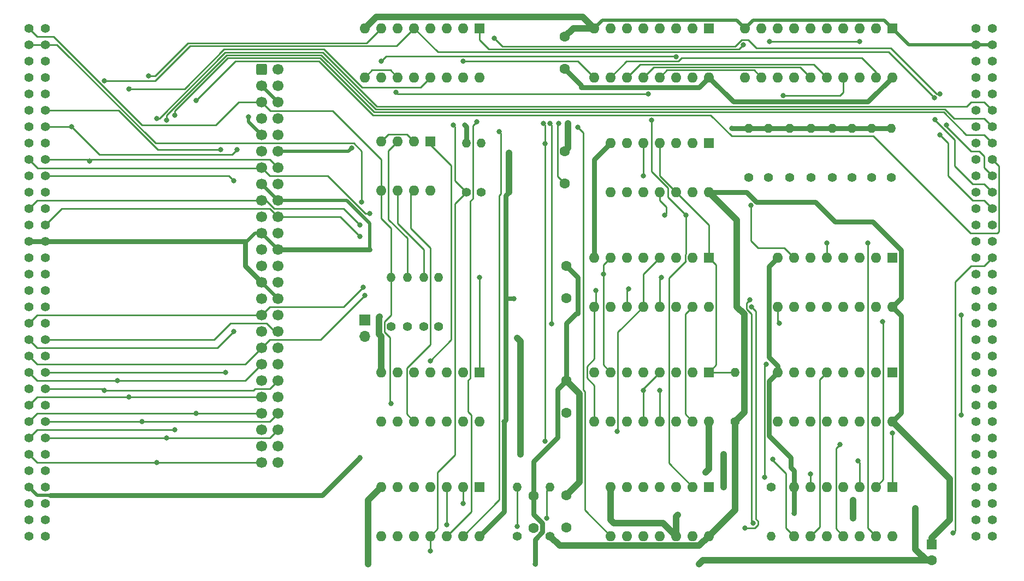
<source format=gbr>
%TF.GenerationSoftware,KiCad,Pcbnew,7.0.8-7.0.8~ubuntu23.04.1*%
%TF.CreationDate,2023-10-12T07:50:54+02:00*%
%TF.ProjectId,databoard_5076,64617461-626f-4617-9264-5f353037362e,v1.01*%
%TF.SameCoordinates,Original*%
%TF.FileFunction,Copper,L2,Bot*%
%TF.FilePolarity,Positive*%
%FSLAX46Y46*%
G04 Gerber Fmt 4.6, Leading zero omitted, Abs format (unit mm)*
G04 Created by KiCad (PCBNEW 7.0.8-7.0.8~ubuntu23.04.1) date 2023-10-12 07:50:54*
%MOMM*%
%LPD*%
G01*
G04 APERTURE LIST*
G04 Aperture macros list*
%AMRoundRect*
0 Rectangle with rounded corners*
0 $1 Rounding radius*
0 $2 $3 $4 $5 $6 $7 $8 $9 X,Y pos of 4 corners*
0 Add a 4 corners polygon primitive as box body*
4,1,4,$2,$3,$4,$5,$6,$7,$8,$9,$2,$3,0*
0 Add four circle primitives for the rounded corners*
1,1,$1+$1,$2,$3*
1,1,$1+$1,$4,$5*
1,1,$1+$1,$6,$7*
1,1,$1+$1,$8,$9*
0 Add four rect primitives between the rounded corners*
20,1,$1+$1,$2,$3,$4,$5,0*
20,1,$1+$1,$4,$5,$6,$7,0*
20,1,$1+$1,$6,$7,$8,$9,0*
20,1,$1+$1,$8,$9,$2,$3,0*%
G04 Aperture macros list end*
%TA.AperFunction,ComponentPad*%
%ADD10R,1.600000X1.600000*%
%TD*%
%TA.AperFunction,ComponentPad*%
%ADD11O,1.600000X1.600000*%
%TD*%
%TA.AperFunction,ComponentPad*%
%ADD12C,1.400000*%
%TD*%
%TA.AperFunction,ComponentPad*%
%ADD13O,1.400000X1.400000*%
%TD*%
%TA.AperFunction,ComponentPad*%
%ADD14C,1.600000*%
%TD*%
%TA.AperFunction,ComponentPad*%
%ADD15C,1.422400*%
%TD*%
%TA.AperFunction,ComponentPad*%
%ADD16RoundRect,0.250000X-0.600000X-0.600000X0.600000X-0.600000X0.600000X0.600000X-0.600000X0.600000X0*%
%TD*%
%TA.AperFunction,ComponentPad*%
%ADD17C,1.700000*%
%TD*%
%TA.AperFunction,ComponentPad*%
%ADD18R,1.700000X1.700000*%
%TD*%
%TA.AperFunction,ComponentPad*%
%ADD19O,1.700000X1.700000*%
%TD*%
%TA.AperFunction,ViaPad*%
%ADD20C,0.800000*%
%TD*%
%TA.AperFunction,Conductor*%
%ADD21C,0.250000*%
%TD*%
%TA.AperFunction,Conductor*%
%ADD22C,0.750000*%
%TD*%
%TA.AperFunction,Conductor*%
%ADD23C,0.700000*%
%TD*%
%TA.AperFunction,Conductor*%
%ADD24C,1.000000*%
%TD*%
%TA.AperFunction,Conductor*%
%ADD25C,0.500000*%
%TD*%
G04 APERTURE END LIST*
D10*
%TO.P,U7,1,D0*%
%TO.N,Net-(U4-D0)*%
X155702000Y-91186000D03*
D11*
%TO.P,U7,2,~{Q0}*%
%TO.N,Net-(U7-~{Q0})*%
X153162000Y-91186000D03*
%TO.P,U7,3,Q0*%
%TO.N,Net-(U7-Q0)*%
X150622000Y-91186000D03*
%TO.P,U7,4,E01*%
%TO.N,Net-(U7-E01)*%
X148082000Y-91186000D03*
%TO.P,U7,5,Q1*%
%TO.N,Net-(U7-Q1)*%
X145542000Y-91186000D03*
%TO.P,U7,6,~{Q1}*%
%TO.N,unconnected-(U7-~{Q1}-Pad6)*%
X143002000Y-91186000D03*
%TO.P,U7,7,D1*%
%TO.N,/XA2*%
X140462000Y-91186000D03*
%TO.P,U7,8,GND*%
%TO.N,GND*%
X137922000Y-91186000D03*
%TO.P,U7,9,D2*%
%TO.N,/XA1*%
X137922000Y-98806000D03*
%TO.P,U7,10,~{Q2}*%
%TO.N,unconnected-(U7-~{Q2}-Pad10)*%
X140462000Y-98806000D03*
%TO.P,U7,11,Q2*%
%TO.N,Net-(U7-Q2)*%
X143002000Y-98806000D03*
%TO.P,U7,12,E23*%
%TO.N,Net-(U7-E01)*%
X145542000Y-98806000D03*
%TO.P,U7,13,Q3*%
%TO.N,Net-(U7-Q3)*%
X148082000Y-98806000D03*
%TO.P,U7,14,~{Q3}*%
%TO.N,unconnected-(U7-~{Q3}-Pad14)*%
X150622000Y-98806000D03*
%TO.P,U7,15,D3*%
%TO.N,/XA0*%
X153162000Y-98806000D03*
%TO.P,U7,16,VCC*%
%TO.N,VCC*%
X155702000Y-98806000D03*
%TD*%
D12*
%TO.P,R9,1*%
%TO.N,VCC*%
X159766000Y-116586000D03*
D13*
%TO.P,R9,2*%
%TO.N,Net-(U4-D0)*%
X159766000Y-108966000D03*
%TD*%
D12*
%TO.P,R9E1,1*%
%TO.N,/~{INT3}*%
X171546000Y-78740000D03*
D13*
%TO.P,R9E1,2*%
%TO.N,VCC*%
X171546000Y-71120000D03*
%TD*%
D10*
%TO.P,U11,1*%
%TO.N,Net-(U11-Pad1)*%
X120142000Y-126746000D03*
D11*
%TO.P,U11,2*%
%TO.N,Net-(U9A-~{R})*%
X117602000Y-126746000D03*
%TO.P,U11,3*%
%TO.N,Net-(C7-Pad1)*%
X115062000Y-126746000D03*
%TO.P,U11,4*%
%TO.N,Net-(U11-Pad1)*%
X112522000Y-126746000D03*
%TO.P,U11,5*%
%TO.N,Net-(U11-Pad5)*%
X109982000Y-126746000D03*
%TO.P,U11,6*%
%TO.N,/~{DMARQ}*%
X107442000Y-126746000D03*
%TO.P,U11,7,GND*%
%TO.N,GND*%
X104902000Y-126746000D03*
%TO.P,U11,8*%
%TO.N,Net-(U11-Pad5)*%
X104902000Y-134366000D03*
%TO.P,U11,9*%
%TO.N,/~{TRRQ}*%
X107442000Y-134366000D03*
%TO.P,U11,10*%
%TO.N,Net-(R1-Pad2)*%
X109982000Y-134366000D03*
%TO.P,U11,11*%
%TO.N,/~{PREN}*%
X112522000Y-134366000D03*
%TO.P,U11,12*%
%TO.N,Net-(U11-Pad12)*%
X115062000Y-134366000D03*
%TO.P,U11,13*%
%TO.N,Net-(U12-I4)*%
X117602000Y-134366000D03*
%TO.P,U11,14,VCC*%
%TO.N,VCC*%
X120142000Y-134366000D03*
%TD*%
D12*
%TO.P,R1,1*%
%TO.N,Net-(C7-Pad1)*%
X125984000Y-134366000D03*
D13*
%TO.P,R1,2*%
%TO.N,Net-(R1-Pad2)*%
X125984000Y-126746000D03*
%TD*%
D12*
%TO.P,R9F1,1*%
%TO.N,/~{INT2}*%
X168244000Y-78740000D03*
D13*
%TO.P,R9F1,2*%
%TO.N,VCC*%
X168244000Y-71120000D03*
%TD*%
D12*
%TO.P,R2,1*%
%TO.N,VCC*%
X131064000Y-134366000D03*
D13*
%TO.P,R2,2*%
%TO.N,/~{TRRQ}*%
X131064000Y-126746000D03*
%TD*%
D12*
%TO.P,R9G1,1*%
%TO.N,/~{INT1}*%
X164942000Y-78740000D03*
D13*
%TO.P,R9G1,2*%
%TO.N,VCC*%
X164942000Y-71120000D03*
%TD*%
D10*
%TO.P,U14,1,OE*%
%TO.N,GND*%
X184150000Y-55626000D03*
D11*
%TO.P,U14,2,O0*%
%TO.N,Net-(U13-I7)*%
X181610000Y-55626000D03*
%TO.P,U14,3,D0*%
%TO.N,/~{INT0}*%
X179070000Y-55626000D03*
%TO.P,U14,4,D1*%
%TO.N,/~{INT6}*%
X176530000Y-55626000D03*
%TO.P,U14,5,O1*%
%TO.N,Net-(U13-I6)*%
X173990000Y-55626000D03*
%TO.P,U14,6,O2*%
%TO.N,Net-(U13-I5)*%
X171450000Y-55626000D03*
%TO.P,U14,7,D2*%
%TO.N,/~{INT5}*%
X168910000Y-55626000D03*
%TO.P,U14,8,D3*%
%TO.N,/~{INT4}*%
X166370000Y-55626000D03*
%TO.P,U14,9,O3*%
%TO.N,Net-(U13-I4)*%
X163830000Y-55626000D03*
%TO.P,U14,10,GND*%
%TO.N,GND*%
X161290000Y-55626000D03*
%TO.P,U14,11,LE*%
%TO.N,Net-(U12-OEa)*%
X161290000Y-63246000D03*
%TO.P,U14,12,O4*%
%TO.N,Net-(U13-I3)*%
X163830000Y-63246000D03*
%TO.P,U14,13,D4*%
%TO.N,/~{INT3}*%
X166370000Y-63246000D03*
%TO.P,U14,14,D5*%
%TO.N,/~{INT2}*%
X168910000Y-63246000D03*
%TO.P,U14,15,O5*%
%TO.N,Net-(U13-I2)*%
X171450000Y-63246000D03*
%TO.P,U14,16,O6*%
%TO.N,Net-(U13-I1)*%
X173990000Y-63246000D03*
%TO.P,U14,17,D6*%
%TO.N,/~{INT1}*%
X176530000Y-63246000D03*
%TO.P,U14,18,D7*%
%TO.N,/~{INT7}*%
X179070000Y-63246000D03*
%TO.P,U14,19,O7*%
%TO.N,Net-(U13-IO)*%
X181610000Y-63246000D03*
%TO.P,U14,20,VCC*%
%TO.N,VCC*%
X184150000Y-63246000D03*
%TD*%
D10*
%TO.P,C6,1*%
%TO.N,VCC*%
X190246000Y-135636000D03*
D14*
%TO.P,C6,2*%
%TO.N,GND*%
X190246000Y-138136000D03*
%TD*%
D12*
%TO.P,R6,1*%
%TO.N,GND*%
X113792000Y-101854000D03*
D13*
%TO.P,R6,2*%
%TO.N,Net-(U5-COMREF)*%
X113792000Y-94234000D03*
%TD*%
D12*
%TO.P,R9C1,1*%
%TO.N,/~{INT5}*%
X177896000Y-78740000D03*
D13*
%TO.P,R9C1,2*%
%TO.N,VCC*%
X177896000Y-71120000D03*
%TD*%
D12*
%TO.P,R9B1,1*%
%TO.N,/~{INT6}*%
X180944000Y-78740000D03*
D13*
%TO.P,R9B1,2*%
%TO.N,VCC*%
X180944000Y-71120000D03*
%TD*%
D10*
%TO.P,U12,1,OEa*%
%TO.N,Net-(U12-OEa)*%
X120142000Y-55626000D03*
D11*
%TO.P,U12,2,I1*%
%TO.N,Net-(U12-I1)*%
X117602000Y-55626000D03*
%TO.P,U12,3,O1a*%
%TO.N,/D1*%
X115062000Y-55626000D03*
%TO.P,U12,4,I2*%
%TO.N,Net-(U12-I2)*%
X112522000Y-55626000D03*
%TO.P,U12,5,O2a*%
%TO.N,/D2*%
X109982000Y-55626000D03*
%TO.P,U12,6,I3*%
%TO.N,Net-(U12-I3)*%
X107442000Y-55626000D03*
%TO.P,U12,7,O3a*%
%TO.N,/D3*%
X104902000Y-55626000D03*
%TO.P,U12,8,GND*%
%TO.N,GND*%
X102362000Y-55626000D03*
%TO.P,U12,9,O4a*%
%TO.N,/D0*%
X102362000Y-63246000D03*
%TO.P,U12,10,I4*%
%TO.N,Net-(U12-I4)*%
X104902000Y-63246000D03*
%TO.P,U12,11,O5b*%
%TO.N,/D0*%
X107442000Y-63246000D03*
%TO.P,U12,12,I5*%
%TO.N,/~{PREN}*%
X109982000Y-63246000D03*
%TO.P,U12,13,O6b*%
%TO.N,/D1*%
X112522000Y-63246000D03*
%TO.P,U12,14,I6*%
%TO.N,/~{R{slash}W}*%
X115062000Y-63246000D03*
%TO.P,U12,15,OEb*%
%TO.N,Net-(U12-OEb)*%
X117602000Y-63246000D03*
%TO.P,U12,16,VCC*%
%TO.N,VCC*%
X120142000Y-63246000D03*
%TD*%
D10*
%TO.P,U6,1*%
%TO.N,Net-(U11-Pad12)*%
X155702000Y-73406000D03*
D11*
%TO.P,U6,2*%
%TO.N,/~{BUSINT}*%
X153162000Y-73406000D03*
%TO.P,U6,3*%
%TO.N,/XA7*%
X150622000Y-73406000D03*
%TO.P,U6,4*%
%TO.N,Net-(U4-D0)*%
X148082000Y-73406000D03*
%TO.P,U6,5*%
%TO.N,/XA6*%
X145542000Y-73406000D03*
%TO.P,U6,6*%
%TO.N,Net-(U4-D0)*%
X143002000Y-73406000D03*
%TO.P,U6,7,GND*%
%TO.N,GND*%
X140462000Y-73406000D03*
%TO.P,U6,8*%
%TO.N,Net-(U4-D0)*%
X140462000Y-81026000D03*
%TO.P,U6,9*%
%TO.N,/XA5*%
X143002000Y-81026000D03*
%TO.P,U6,10*%
%TO.N,Net-(U4-D0)*%
X145542000Y-81026000D03*
%TO.P,U6,11*%
%TO.N,/XA4*%
X148082000Y-81026000D03*
%TO.P,U6,12*%
%TO.N,Net-(U4-D0)*%
X150622000Y-81026000D03*
%TO.P,U6,13*%
%TO.N,/XA3*%
X153162000Y-81026000D03*
%TO.P,U6,14,VCC*%
%TO.N,VCC*%
X155702000Y-81026000D03*
%TD*%
D14*
%TO.P,C2,1*%
%TO.N,VCC*%
X133604000Y-115276000D03*
%TO.P,C2,2*%
%TO.N,GND*%
X133604000Y-110276000D03*
%TD*%
D12*
%TO.P,R10,1*%
%TO.N,+5V*%
X165354000Y-126746000D03*
D13*
%TO.P,R10,2*%
%TO.N,VCC*%
X165354000Y-134366000D03*
%TD*%
D14*
%TO.P,C5,1*%
%TO.N,VCC*%
X133350000Y-61936000D03*
%TO.P,C5,2*%
%TO.N,GND*%
X133350000Y-56936000D03*
%TD*%
D15*
%TO.P,X2,A1,1*%
%TO.N,/-12V*%
X199644000Y-55626000D03*
%TO.P,X2,A2,2*%
%TO.N,GND*%
X199644000Y-58166000D03*
%TO.P,X2,A3,3*%
%TO.N,/~{BPCLK}*%
X199644000Y-60706000D03*
%TO.P,X2,A4,4*%
%TO.N,/GNDB*%
X199644000Y-63246000D03*
%TO.P,X2,A5,5*%
%TO.N,/~{INT}*%
X199644000Y-65786000D03*
%TO.P,X2,A6,6*%
%TO.N,/D7*%
X199644000Y-68326000D03*
%TO.P,X2,A7,7*%
%TO.N,/D6*%
X199644000Y-70866000D03*
%TO.P,X2,A8,8*%
%TO.N,/D5*%
X199644000Y-73406000D03*
%TO.P,X2,A9,9*%
%TO.N,/D4*%
X199644000Y-75946000D03*
%TO.P,X2,A10,10*%
%TO.N,/D3*%
X199644000Y-78486000D03*
%TO.P,X2,A11,11*%
%TO.N,/D2*%
X199644000Y-81026000D03*
%TO.P,X2,A12,12*%
%TO.N,/D1*%
X199644000Y-83566000D03*
%TO.P,X2,A13,13*%
%TO.N,/D0*%
X199644000Y-86106000D03*
%TO.P,X2,A14,14*%
%TO.N,/~{CSB}*%
X199644000Y-88646000D03*
%TO.P,X2,A15,15*%
%TO.N,/~{BUSRST}*%
X199644000Y-91186000D03*
%TO.P,X2,A16,16*%
%TO.N,/~{STAT}*%
X199644000Y-93726000D03*
%TO.P,X2,A17,17*%
%TO.N,/~{INP}*%
X199644000Y-96266000D03*
%TO.P,X2,A18,18*%
%TO.N,/~{C4}*%
X199644000Y-98806000D03*
%TO.P,X2,A19,19*%
%TO.N,/~{C3}*%
X199644000Y-101346000D03*
%TO.P,X2,A20,20*%
%TO.N,/~{C2}*%
X199644000Y-103886000D03*
%TO.P,X2,A21,21*%
%TO.N,/~{C1}*%
X199644000Y-106426000D03*
%TO.P,X2,A22,22*%
%TO.N,/~{OUT}*%
X199644000Y-108966000D03*
%TO.P,X2,A23,23*%
%TO.N,/~{CS}*%
X199644000Y-111506000D03*
%TO.P,X2,A24,24*%
%TO.N,/~{NMI}*%
X199644000Y-114046000D03*
%TO.P,X2,A25,25*%
%TO.N,/~{OPS}*%
X199644000Y-116586000D03*
%TO.P,X2,A26,26*%
%TO.N,/~{R{slash}W}*%
X199644000Y-119126000D03*
%TO.P,X2,A27,27*%
%TO.N,/~{TREN}*%
X199644000Y-121666000D03*
%TO.P,X2,A28,28*%
%TO.N,/~{TRRQ}*%
X199644000Y-124206000D03*
%TO.P,X2,A29,29*%
%TO.N,/~{PRAC}*%
X199644000Y-126746000D03*
%TO.P,X2,A30,30*%
%TO.N,/~{PREN}*%
X199644000Y-129286000D03*
%TO.P,X2,A31,31*%
%TO.N,VCC*%
X199644000Y-131826000D03*
%TO.P,X2,A32,32*%
%TO.N,/12V*%
X199644000Y-134366000D03*
%TO.P,X2,B1,1*%
%TO.N,/-12V*%
X197104000Y-55626000D03*
%TO.P,X2,B2,2*%
%TO.N,GND*%
X197104000Y-58166000D03*
%TO.P,X2,B3,3*%
%TO.N,/~{XMEMWR}*%
X197104000Y-60706000D03*
%TO.P,X2,B4,4*%
%TO.N,/~{XMEMFL}*%
X197104000Y-63246000D03*
%TO.P,X2,B5,5*%
%TO.N,/3MHz*%
X197104000Y-65786000D03*
%TO.P,X2,B6,6*%
%TO.N,/~{INT7}*%
X197104000Y-68326000D03*
%TO.P,X2,B7,7*%
%TO.N,/~{INT6}*%
X197104000Y-70866000D03*
%TO.P,X2,B8,8*%
%TO.N,/~{INT5}*%
X197104000Y-73406000D03*
%TO.P,X2,B9,9*%
%TO.N,/~{INT4}*%
X197104000Y-75946000D03*
%TO.P,X2,B10,10*%
%TO.N,/~{INT3}*%
X197104000Y-78486000D03*
%TO.P,X2,B11,11*%
%TO.N,/~{INT2}*%
X197104000Y-81026000D03*
%TO.P,X2,B12,12*%
%TO.N,/~{INT1}*%
X197104000Y-83566000D03*
%TO.P,X2,B13,13*%
%TO.N,/~{INT0}*%
X197104000Y-86106000D03*
%TO.P,X2,B14,14*%
%TO.N,/~{XCSB2}*%
X197104000Y-88646000D03*
%TO.P,X2,B15,15*%
%TO.N,/~{XCSB3}*%
X197104000Y-91186000D03*
%TO.P,X2,B16,16*%
%TO.N,/~{XCSB4}*%
X197104000Y-93726000D03*
%TO.P,X2,B17,17*%
%TO.N,/~{XCSB5}*%
X197104000Y-96266000D03*
%TO.P,X2,B18,18*%
%TO.N,/A11*%
X197104000Y-98806000D03*
%TO.P,X2,B19,19*%
%TO.N,/A10*%
X197104000Y-101346000D03*
%TO.P,X2,B20,20*%
%TO.N,/A9*%
X197104000Y-103886000D03*
%TO.P,X2,B21,21*%
%TO.N,/~{EXP}*%
X197104000Y-106426000D03*
%TO.P,X2,B22,22*%
%TO.N,/~{BUSEN}*%
X197104000Y-108966000D03*
%TO.P,X2,B23,23*%
%TO.N,/~{DSTB}*%
X197104000Y-111506000D03*
%TO.P,X2,B24,24*%
%TO.N,/A5*%
X197104000Y-114046000D03*
%TO.P,X2,B25,25*%
%TO.N,/A4*%
X197104000Y-116586000D03*
%TO.P,X2,B26,26*%
%TO.N,/~{STRINP}*%
X197104000Y-119126000D03*
%TO.P,X2,B27,27*%
%TO.N,/~{STR_OUT}*%
X197104000Y-121666000D03*
%TO.P,X2,B28,28*%
%TO.N,/A1*%
X197104000Y-124206000D03*
%TO.P,X2,B29,29*%
%TO.N,/A0*%
X197104000Y-126746000D03*
%TO.P,X2,B30,30*%
%TO.N,/~{DIRW{slash}R}*%
X197104000Y-129286000D03*
%TO.P,X2,B31,31*%
%TO.N,VCC*%
X197104000Y-131826000D03*
%TO.P,X2,B32,32*%
%TO.N,/12V*%
X197104000Y-134366000D03*
%TD*%
D12*
%TO.P,R3,1*%
%TO.N,+5V*%
X106426000Y-101854000D03*
D13*
%TO.P,R3,2*%
%TO.N,/~{XINPSTB}*%
X106426000Y-94234000D03*
%TD*%
D12*
%TO.P,R9H1,1*%
%TO.N,/~{INT0}*%
X161894000Y-78740000D03*
D13*
%TO.P,R9H1,2*%
%TO.N,VCC*%
X161894000Y-71120000D03*
%TD*%
D16*
%TO.P,J3,1,Pin_1*%
%TO.N,unconnected-(J3-Pin_1-Pad1)*%
X86360000Y-61976000D03*
D17*
%TO.P,J3,2,Pin_2*%
%TO.N,unconnected-(J3-Pin_2-Pad2)*%
X88900000Y-61976000D03*
%TO.P,J3,3,Pin_3*%
%TO.N,GND*%
X86360000Y-64516000D03*
%TO.P,J3,4,Pin_4*%
%TO.N,unconnected-(J3-Pin_4-Pad4)*%
X88900000Y-64516000D03*
%TO.P,J3,5,Pin_5*%
%TO.N,/~{XINPSTB}*%
X86360000Y-67056000D03*
%TO.P,J3,6,Pin_6*%
%TO.N,GND*%
X88900000Y-67056000D03*
%TO.P,J3,7,Pin_7*%
%TO.N,unconnected-(J3-Pin_7-Pad7)*%
X86360000Y-69596000D03*
%TO.P,J3,8,Pin_8*%
%TO.N,/~{XOUTSTB}*%
X88900000Y-69596000D03*
%TO.P,J3,9,Pin_9*%
%TO.N,GND*%
X86360000Y-72136000D03*
%TO.P,J3,10,Pin_10*%
%TO.N,/~{BUSRST}*%
X88900000Y-72136000D03*
%TO.P,J3,11,Pin_11*%
%TO.N,unconnected-(J3-Pin_11-Pad11)*%
X86360000Y-74676000D03*
%TO.P,J3,12,Pin_12*%
%TO.N,GND*%
X88900000Y-74676000D03*
%TO.P,J3,13,Pin_13*%
%TO.N,/XA5*%
X86360000Y-77216000D03*
%TO.P,J3,14,Pin_14*%
%TO.N,/~{DMARQ}*%
X88900000Y-77216000D03*
%TO.P,J3,15,Pin_15*%
%TO.N,GND*%
X86360000Y-79756000D03*
%TO.P,J3,16,Pin_16*%
%TO.N,/XA3*%
X88900000Y-79756000D03*
%TO.P,J3,17,Pin_17*%
%TO.N,/XA4*%
X86360000Y-82296000D03*
%TO.P,J3,18,Pin_18*%
%TO.N,GND*%
X88900000Y-82296000D03*
%TO.P,J3,19,Pin_19*%
%TO.N,unconnected-(J3-Pin_19-Pad19)*%
X86360000Y-84836000D03*
%TO.P,J3,20,Pin_20*%
%TO.N,/XA2*%
X88900000Y-84836000D03*
%TO.P,J3,21,Pin_21*%
%TO.N,GND*%
X86360000Y-87376000D03*
%TO.P,J3,22,Pin_22*%
%TO.N,unconnected-(J3-Pin_22-Pad22)*%
X88900000Y-87376000D03*
%TO.P,J3,23,Pin_23*%
%TO.N,unconnected-(J3-Pin_23-Pad23)*%
X86360000Y-89916000D03*
%TO.P,J3,24,Pin_24*%
%TO.N,GND*%
X88900000Y-89916000D03*
%TO.P,J3,25,Pin_25*%
%TO.N,unconnected-(J3-Pin_25-Pad25)*%
X86360000Y-92456000D03*
%TO.P,J3,26,Pin_26*%
%TO.N,unconnected-(J3-Pin_26-Pad26)*%
X88900000Y-92456000D03*
%TO.P,J3,27,Pin_27*%
%TO.N,GND*%
X86360000Y-94996000D03*
%TO.P,J3,28,Pin_28*%
%TO.N,unconnected-(J3-Pin_28-Pad28)*%
X88900000Y-94996000D03*
%TO.P,J3,29,Pin_29*%
%TO.N,unconnected-(J3-Pin_29-Pad29)*%
X86360000Y-97536000D03*
%TO.P,J3,30,Pin_30*%
%TO.N,GND*%
X88900000Y-97536000D03*
%TO.P,J3,31,Pin_31*%
%TO.N,/XA1*%
X86360000Y-100076000D03*
%TO.P,J3,32,Pin_32*%
%TO.N,unconnected-(J3-Pin_32-Pad32)*%
X88900000Y-100076000D03*
%TO.P,J3,33,Pin_33*%
%TO.N,/~{BUSINT}*%
X86360000Y-102616000D03*
%TO.P,J3,34,Pin_34*%
%TO.N,/XA6*%
X88900000Y-102616000D03*
%TO.P,J3,35,Pin_35*%
%TO.N,/XA0*%
X86360000Y-105156000D03*
%TO.P,J3,36,Pin_36*%
%TO.N,+5V*%
X88900000Y-105156000D03*
%TO.P,J3,37,Pin_37*%
%TO.N,/D0*%
X86360000Y-107696000D03*
%TO.P,J3,38,Pin_38*%
%TO.N,/XA7*%
X88900000Y-107696000D03*
%TO.P,J3,39,Pin_39*%
%TO.N,+5V*%
X86360000Y-110236000D03*
%TO.P,J3,40,Pin_40*%
%TO.N,/D2*%
X88900000Y-110236000D03*
%TO.P,J3,41,Pin_41*%
%TO.N,/D1*%
X86360000Y-112776000D03*
%TO.P,J3,42,Pin_42*%
%TO.N,+5V*%
X88900000Y-112776000D03*
%TO.P,J3,43,Pin_43*%
%TO.N,/D4*%
X86360000Y-115316000D03*
%TO.P,J3,44,Pin_44*%
%TO.N,/D3*%
X88900000Y-115316000D03*
%TO.P,J3,45,Pin_45*%
%TO.N,unconnected-(J3-Pin_45-Pad45)*%
X86360000Y-117856000D03*
%TO.P,J3,46,Pin_46*%
%TO.N,/D6*%
X88900000Y-117856000D03*
%TO.P,J3,47,Pin_47*%
%TO.N,/D5*%
X86360000Y-120396000D03*
%TO.P,J3,48,Pin_48*%
%TO.N,unconnected-(J3-Pin_48-Pad48)*%
X88900000Y-120396000D03*
%TO.P,J3,49,Pin_49*%
%TO.N,/D7*%
X86360000Y-122936000D03*
%TO.P,J3,50,Pin_50*%
%TO.N,unconnected-(J3-Pin_50-Pad50)*%
X88900000Y-122936000D03*
%TD*%
D18*
%TO.P,J1,1,Pin_1*%
%TO.N,VCC*%
X102362000Y-100838000D03*
D19*
%TO.P,J1,2,Pin_2*%
%TO.N,+5V*%
X102362000Y-103378000D03*
%TD*%
D12*
%TO.P,R8,1*%
%TO.N,VCC*%
X120396000Y-81026000D03*
D13*
%TO.P,R8,2*%
%TO.N,/~{R{slash}W}*%
X120396000Y-73406000D03*
%TD*%
D14*
%TO.P,C1,1*%
%TO.N,VCC*%
X133604000Y-133056000D03*
%TO.P,C1,2*%
%TO.N,GND*%
X133604000Y-128056000D03*
%TD*%
D12*
%TO.P,R9A1,1*%
%TO.N,/~{INT7}*%
X183992000Y-78740000D03*
D13*
%TO.P,R9A1,2*%
%TO.N,VCC*%
X183992000Y-71120000D03*
%TD*%
D15*
%TO.P,X1,A1,1*%
%TO.N,unconnected-(X1A-1-PadA1)*%
X50292000Y-134366000D03*
%TO.P,X1,A2,2*%
%TO.N,GND*%
X50292000Y-131826000D03*
%TO.P,X1,A3,3*%
%TO.N,+5V*%
X50292000Y-129286000D03*
%TO.P,X1,A4,4*%
X50292000Y-126746000D03*
%TO.P,X1,A5,5*%
%TO.N,unconnected-(X1A-5-PadA5)*%
X50292000Y-124206000D03*
%TO.P,X1,A6,6*%
%TO.N,/D7*%
X50292000Y-121666000D03*
%TO.P,X1,A7,7*%
%TO.N,/D5*%
X50292000Y-119126000D03*
%TO.P,X1,A8,8*%
%TO.N,/D4*%
X50292000Y-116586000D03*
%TO.P,X1,A9,9*%
%TO.N,/D1*%
X50292000Y-114046000D03*
%TO.P,X1,A10,10*%
%TO.N,unconnected-(X1A-10-PadA10)*%
X50292000Y-111506000D03*
%TO.P,X1,A11,11*%
%TO.N,/D0*%
X50292000Y-108966000D03*
%TO.P,X1,A12,12*%
%TO.N,/XA0*%
X50292000Y-106426000D03*
%TO.P,X1,A13,13*%
%TO.N,/~{BUSINT}*%
X50292000Y-103886000D03*
%TO.P,X1,A14,14*%
%TO.N,/XA1*%
X50292000Y-101346000D03*
%TO.P,X1,A15,15*%
%TO.N,unconnected-(X1A-15-PadA15)*%
X50292000Y-98806000D03*
%TO.P,X1,A16,16*%
%TO.N,GND*%
X50292000Y-96266000D03*
%TO.P,X1,A17,17*%
%TO.N,unconnected-(X1A-17-PadA17)*%
X50292000Y-93726000D03*
%TO.P,X1,A18,18*%
%TO.N,unconnected-(X1A-18-PadA18)*%
X50292000Y-91186000D03*
%TO.P,X1,A19,19*%
%TO.N,GND*%
X50292000Y-88646000D03*
%TO.P,X1,A20,20*%
%TO.N,unconnected-(X1A-20-PadA20)*%
X50292000Y-86106000D03*
%TO.P,X1,A21,21*%
%TO.N,/XA4*%
X50292000Y-83566000D03*
%TO.P,X1,A22,22*%
%TO.N,GND*%
X50292000Y-81026000D03*
%TO.P,X1,A23,23*%
%TO.N,unconnected-(X1A-23-PadA23)*%
X50292000Y-78486000D03*
%TO.P,X1,A24,24*%
%TO.N,/XA5*%
X50292000Y-75946000D03*
%TO.P,X1,A25,25*%
%TO.N,GND*%
X50292000Y-73406000D03*
%TO.P,X1,A26,26*%
%TO.N,unconnected-(X1A-26-PadA26)*%
X50292000Y-70866000D03*
%TO.P,X1,A27,27*%
%TO.N,unconnected-(X1A-27-PadA27)*%
X50292000Y-68326000D03*
%TO.P,X1,A28,28*%
%TO.N,GND*%
X50292000Y-65786000D03*
%TO.P,X1,A29,29*%
%TO.N,unconnected-(X1A-29-PadA29)*%
X50292000Y-63246000D03*
%TO.P,X1,A30,30*%
%TO.N,unconnected-(X1A-30-PadA30)*%
X50292000Y-60706000D03*
%TO.P,X1,A31,31*%
%TO.N,VCC*%
X50292000Y-58166000D03*
%TO.P,X1,A32,32*%
%TO.N,/~{XINPSTB}*%
X50292000Y-55626000D03*
%TO.P,X1,B1,1*%
%TO.N,unconnected-(X1B-1-PadB1)*%
X52832000Y-134366000D03*
%TO.P,X1,B2,2*%
%TO.N,GND*%
X52832000Y-131826000D03*
%TO.P,X1,B3,3*%
%TO.N,unconnected-(X1B-3-PadB3)*%
X52832000Y-129286000D03*
%TO.P,X1,B4,4*%
%TO.N,unconnected-(X1B-4-PadB4)*%
X52832000Y-126746000D03*
%TO.P,X1,B5,5*%
%TO.N,unconnected-(X1B-5-PadB5)*%
X52832000Y-124206000D03*
%TO.P,X1,B6,6*%
%TO.N,unconnected-(X1B-6-PadB6)*%
X52832000Y-121666000D03*
%TO.P,X1,B7,7*%
%TO.N,/D6*%
X52832000Y-119126000D03*
%TO.P,X1,B8,8*%
%TO.N,/D3*%
X52832000Y-116586000D03*
%TO.P,X1,B9,9*%
%TO.N,unconnected-(X1B-9-PadB9)*%
X52832000Y-114046000D03*
%TO.P,X1,B10,10*%
%TO.N,/D2*%
X52832000Y-111506000D03*
%TO.P,X1,B11,11*%
%TO.N,/XA7*%
X52832000Y-108966000D03*
%TO.P,X1,B12,12*%
%TO.N,unconnected-(X1B-12-PadB12)*%
X52832000Y-106426000D03*
%TO.P,X1,B13,13*%
%TO.N,/XA6*%
X52832000Y-103886000D03*
%TO.P,X1,B14,14*%
%TO.N,unconnected-(X1B-14-PadB14)*%
X52832000Y-101346000D03*
%TO.P,X1,B15,15*%
%TO.N,unconnected-(X1B-15-PadB15)*%
X52832000Y-98806000D03*
%TO.P,X1,B16,16*%
%TO.N,GND*%
X52832000Y-96266000D03*
%TO.P,X1,B17,17*%
%TO.N,unconnected-(X1B-17-PadB17)*%
X52832000Y-93726000D03*
%TO.P,X1,B18,18*%
%TO.N,unconnected-(X1B-18-PadB18)*%
X52832000Y-91186000D03*
%TO.P,X1,B19,19*%
%TO.N,GND*%
X52832000Y-88646000D03*
%TO.P,X1,B20,20*%
%TO.N,/XA2*%
X52832000Y-86106000D03*
%TO.P,X1,B21,21*%
%TO.N,unconnected-(X1B-21-PadB21)*%
X52832000Y-83566000D03*
%TO.P,X1,B22,22*%
%TO.N,GND*%
X52832000Y-81026000D03*
%TO.P,X1,B23,23*%
%TO.N,/XA3*%
X52832000Y-78486000D03*
%TO.P,X1,B24,24*%
%TO.N,/~{DMARQ}*%
X52832000Y-75946000D03*
%TO.P,X1,B25,25*%
%TO.N,GND*%
X52832000Y-73406000D03*
%TO.P,X1,B26,26*%
%TO.N,/~{BUSRST}*%
X52832000Y-70866000D03*
%TO.P,X1,B27,27*%
%TO.N,/~{XOUTSTB}*%
X52832000Y-68326000D03*
%TO.P,X1,B28,28*%
%TO.N,GND*%
X52832000Y-65786000D03*
%TO.P,X1,B29,29*%
%TO.N,unconnected-(X1B-29-PadB29)*%
X52832000Y-63246000D03*
%TO.P,X1,B30,30*%
%TO.N,unconnected-(X1B-30-PadB30)*%
X52832000Y-60706000D03*
%TO.P,X1,B31,31*%
%TO.N,VCC*%
X52832000Y-58166000D03*
%TO.P,X1,B32,32*%
%TO.N,unconnected-(X1B-32-PadB32)*%
X52832000Y-55626000D03*
%TD*%
D10*
%TO.P,U8,1,A0*%
%TO.N,Net-(U7-Q2)*%
X184150000Y-91186000D03*
D11*
%TO.P,U8,2,A1*%
%TO.N,Net-(U7-Q3)*%
X181610000Y-91186000D03*
%TO.P,U8,3,A2*%
%TO.N,Net-(U7-Q1)*%
X179070000Y-91186000D03*
%TO.P,U8,4,~{E1}*%
%TO.N,Net-(U7-~{Q0})*%
X176530000Y-91186000D03*
%TO.P,U8,5,~{E2}*%
%TO.N,Net-(U7-E01)*%
X173990000Y-91186000D03*
%TO.P,U8,6,E3*%
%TO.N,Net-(U7-Q0)*%
X171450000Y-91186000D03*
%TO.P,U8,7,~{Y7}*%
%TO.N,Net-(U12-OEa)*%
X168910000Y-91186000D03*
%TO.P,U8,8,GND*%
%TO.N,GND*%
X166370000Y-91186000D03*
%TO.P,U8,9,~{Y6}*%
%TO.N,Net-(U8-~{Y6})*%
X166370000Y-98806000D03*
%TO.P,U8,10,~{Y5}*%
%TO.N,Net-(U12-OEb)*%
X168910000Y-98806000D03*
%TO.P,U8,11,~{Y4}*%
%TO.N,Net-(U8-~{Y4})*%
X171450000Y-98806000D03*
%TO.P,U8,12,~{Y3}*%
%TO.N,Net-(U8-~{Y3})*%
X173990000Y-98806000D03*
%TO.P,U8,13,~{Y2}*%
%TO.N,/~{OPS}*%
X176530000Y-98806000D03*
%TO.P,U8,14,~{Y1}*%
%TO.N,/~{STAT}*%
X179070000Y-98806000D03*
%TO.P,U8,15,~{Y0}*%
%TO.N,/~{INP}*%
X181610000Y-98806000D03*
%TO.P,U8,16,VCC*%
%TO.N,VCC*%
X184150000Y-98806000D03*
%TD*%
D10*
%TO.P,U5,1,1OUT*%
%TO.N,Net-(U5-1OUT)*%
X112522000Y-73162000D03*
D11*
%TO.P,U5,2,COMSTRB*%
%TO.N,GND*%
X109982000Y-73162000D03*
%TO.P,U5,3,1LINE*%
%TO.N,/~{XOUTSTB}*%
X107442000Y-73162000D03*
%TO.P,U5,4,GND*%
%TO.N,GND*%
X104902000Y-73162000D03*
%TO.P,U5,5,2LINE*%
%TO.N,/~{XINPSTB}*%
X104902000Y-80782000D03*
%TO.P,U5,6,COMREF*%
%TO.N,Net-(U5-COMREF)*%
X107442000Y-80782000D03*
%TO.P,U5,7,2OUT*%
%TO.N,Net-(U5-2OUT)*%
X109982000Y-80782000D03*
%TO.P,U5,8,VCC*%
%TO.N,VCC*%
X112522000Y-80782000D03*
%TD*%
D12*
%TO.P,R9D1,1*%
%TO.N,/~{INT4}*%
X174848000Y-78740000D03*
D13*
%TO.P,R9D1,2*%
%TO.N,VCC*%
X174848000Y-71120000D03*
%TD*%
D10*
%TO.P,U3,1,A0*%
%TO.N,Net-(U3-A0)*%
X184150000Y-108966000D03*
D11*
%TO.P,U3,2,A1*%
%TO.N,Net-(U3-A1)*%
X181610000Y-108966000D03*
%TO.P,U3,3,A2*%
%TO.N,Net-(U3-A2)*%
X179070000Y-108966000D03*
%TO.P,U3,4,~{E1}*%
%TO.N,Net-(U3-~{E1})*%
X176530000Y-108966000D03*
%TO.P,U3,5,~{E2}*%
%TO.N,Net-(U3-~{E2})*%
X173990000Y-108966000D03*
%TO.P,U3,6,E3*%
%TO.N,Net-(U3-E3)*%
X171450000Y-108966000D03*
%TO.P,U3,7,~{Y7}*%
%TO.N,Net-(U3-~{Y7})*%
X168910000Y-108966000D03*
%TO.P,U3,8,GND*%
%TO.N,GND*%
X166370000Y-108966000D03*
%TO.P,U3,9,~{Y6}*%
%TO.N,Net-(U3-~{Y6})*%
X166370000Y-116586000D03*
%TO.P,U3,10,~{Y5}*%
%TO.N,/~{C4}*%
X168910000Y-116586000D03*
%TO.P,U3,11,~{Y4}*%
%TO.N,/~{C3}*%
X171450000Y-116586000D03*
%TO.P,U3,12,~{Y3}*%
%TO.N,/~{C2}*%
X173990000Y-116586000D03*
%TO.P,U3,13,~{Y2}*%
%TO.N,/~{C1}*%
X176530000Y-116586000D03*
%TO.P,U3,14,~{Y1}*%
%TO.N,/~{CS}*%
X179070000Y-116586000D03*
%TO.P,U3,15,~{Y0}*%
%TO.N,/~{OUT}*%
X181610000Y-116586000D03*
%TO.P,U3,16,VCC*%
%TO.N,VCC*%
X184150000Y-116586000D03*
%TD*%
D10*
%TO.P,U13,1,I4*%
%TO.N,Net-(U13-I4)*%
X155702000Y-55626000D03*
D11*
%TO.P,U13,2,I5*%
%TO.N,Net-(U13-I5)*%
X153162000Y-55626000D03*
%TO.P,U13,3,I6*%
%TO.N,Net-(U13-I6)*%
X150622000Y-55626000D03*
%TO.P,U13,4,I7*%
%TO.N,Net-(U13-I7)*%
X148082000Y-55626000D03*
%TO.P,U13,5,EI*%
%TO.N,Net-(U13-EI)*%
X145542000Y-55626000D03*
%TO.P,U13,6,S2*%
%TO.N,Net-(U12-I3)*%
X143002000Y-55626000D03*
%TO.P,U13,7,S1*%
%TO.N,Net-(U12-I2)*%
X140462000Y-55626000D03*
%TO.P,U13,8,GND*%
%TO.N,GND*%
X137922000Y-55626000D03*
%TO.P,U13,9,S0*%
%TO.N,Net-(U12-I1)*%
X137922000Y-63246000D03*
%TO.P,U13,10,IO*%
%TO.N,Net-(U13-IO)*%
X140462000Y-63246000D03*
%TO.P,U13,11,I1*%
%TO.N,Net-(U13-I1)*%
X143002000Y-63246000D03*
%TO.P,U13,12,I2*%
%TO.N,Net-(U13-I2)*%
X145542000Y-63246000D03*
%TO.P,U13,13,I3*%
%TO.N,Net-(U13-I3)*%
X148082000Y-63246000D03*
%TO.P,U13,14,GS*%
%TO.N,Net-(U12-I4)*%
X150622000Y-63246000D03*
%TO.P,U13,15,EO*%
%TO.N,unconnected-(U13-EO-Pad15)*%
X153162000Y-63246000D03*
%TO.P,U13,16,VCC*%
%TO.N,VCC*%
X155702000Y-63246000D03*
%TD*%
D12*
%TO.P,R4,1*%
%TO.N,+5V*%
X108966000Y-101854000D03*
D13*
%TO.P,R4,2*%
%TO.N,/~{XOUTSTB}*%
X108966000Y-94234000D03*
%TD*%
D10*
%TO.P,U2,1*%
%TO.N,Net-(U3-~{Y6})*%
X184150000Y-126746000D03*
D11*
%TO.P,U2,2*%
%TO.N,Net-(U8-~{Y6})*%
X181610000Y-126746000D03*
%TO.P,U2,3*%
%TO.N,/~{TREN}*%
X179070000Y-126746000D03*
%TO.P,U2,4*%
%TO.N,Net-(U9A-~{Q})*%
X176530000Y-126746000D03*
%TO.P,U2,5*%
%TO.N,+5V*%
X173990000Y-126746000D03*
%TO.P,U2,6*%
%TO.N,/~{PRAC}*%
X171450000Y-126746000D03*
%TO.P,U2,7,GND*%
%TO.N,GND*%
X168910000Y-126746000D03*
%TO.P,U2,8*%
%TO.N,/~{STR_OUT}*%
X168910000Y-134366000D03*
%TO.P,U2,9*%
%TO.N,Net-(U3-~{E2})*%
X171450000Y-134366000D03*
%TO.P,U2,10*%
%TO.N,+5V*%
X173990000Y-134366000D03*
%TO.P,U2,11*%
%TO.N,/~{STRINP}*%
X176530000Y-134366000D03*
%TO.P,U2,12*%
%TO.N,+5V*%
X179070000Y-134366000D03*
%TO.P,U2,13*%
%TO.N,Net-(U7-E01)*%
X181610000Y-134366000D03*
%TO.P,U2,14,VCC*%
%TO.N,VCC*%
X184150000Y-134366000D03*
%TD*%
D10*
%TO.P,U4,1,D0*%
%TO.N,Net-(U4-D0)*%
X155702000Y-108966000D03*
D11*
%TO.P,U4,2,~{Q0}*%
%TO.N,Net-(U3-~{E1})*%
X153162000Y-108966000D03*
%TO.P,U4,3,Q0*%
%TO.N,Net-(U3-E3)*%
X150622000Y-108966000D03*
%TO.P,U4,4,E01*%
%TO.N,Net-(U3-~{E2})*%
X148082000Y-108966000D03*
%TO.P,U4,5,Q1*%
%TO.N,Net-(U3-A2)*%
X145542000Y-108966000D03*
%TO.P,U4,6,~{Q1}*%
%TO.N,unconnected-(U4-~{Q1}-Pad6)*%
X143002000Y-108966000D03*
%TO.P,U4,7,D1*%
%TO.N,/XA2*%
X140462000Y-108966000D03*
%TO.P,U4,8,GND*%
%TO.N,GND*%
X137922000Y-108966000D03*
%TO.P,U4,9,D2*%
%TO.N,/XA1*%
X137922000Y-116586000D03*
%TO.P,U4,10,~{Q2}*%
%TO.N,unconnected-(U4-~{Q2}-Pad10)*%
X140462000Y-116586000D03*
%TO.P,U4,11,Q2*%
%TO.N,Net-(U3-A0)*%
X143002000Y-116586000D03*
%TO.P,U4,12,E23*%
%TO.N,Net-(U3-~{E2})*%
X145542000Y-116586000D03*
%TO.P,U4,13,Q3*%
%TO.N,Net-(U3-A1)*%
X148082000Y-116586000D03*
%TO.P,U4,14,~{Q3}*%
%TO.N,unconnected-(U4-~{Q3}-Pad14)*%
X150622000Y-116586000D03*
%TO.P,U4,15,D3*%
%TO.N,/XA0*%
X153162000Y-116586000D03*
%TO.P,U4,16,VCC*%
%TO.N,VCC*%
X155702000Y-116586000D03*
%TD*%
D10*
%TO.P,U9,1,~{R}*%
%TO.N,Net-(U9A-~{R})*%
X155702000Y-126746000D03*
D11*
%TO.P,U9,2,D*%
%TO.N,/D0*%
X153162000Y-126746000D03*
%TO.P,U9,3,C*%
%TO.N,Net-(U3-~{Y7})*%
X150622000Y-126746000D03*
%TO.P,U9,4,~{S}*%
%TO.N,VCC*%
X148082000Y-126746000D03*
%TO.P,U9,5,Q*%
%TO.N,unconnected-(U9A-Q-Pad5)*%
X145542000Y-126746000D03*
%TO.P,U9,6,~{Q}*%
%TO.N,Net-(U9A-~{Q})*%
X143002000Y-126746000D03*
%TO.P,U9,7,GND*%
%TO.N,GND*%
X140462000Y-126746000D03*
%TO.P,U9,8,~{Q}*%
%TO.N,Net-(U13-EI)*%
X140462000Y-134366000D03*
%TO.P,U9,9,Q*%
%TO.N,unconnected-(U9B-Q-Pad9)*%
X143002000Y-134366000D03*
%TO.P,U9,10,~{S}*%
%TO.N,Net-(U8-~{Y3})*%
X145542000Y-134366000D03*
%TO.P,U9,11,C*%
%TO.N,Net-(U8-~{Y4})*%
X148082000Y-134366000D03*
%TO.P,U9,12,D*%
%TO.N,GND*%
X150622000Y-134366000D03*
%TO.P,U9,13,~{R}*%
%TO.N,/~{BUSRST}*%
X153162000Y-134366000D03*
%TO.P,U9,14,VCC*%
%TO.N,VCC*%
X155702000Y-134366000D03*
%TD*%
D14*
%TO.P,C7,1*%
%TO.N,Net-(C7-Pad1)*%
X128524000Y-133096000D03*
%TO.P,C7,2*%
%TO.N,GND*%
X128524000Y-128096000D03*
%TD*%
D10*
%TO.P,U1,1*%
%TO.N,/~{XOUTSTB}*%
X120142000Y-108966000D03*
D11*
%TO.P,U1,2*%
%TO.N,Net-(U3-~{E2})*%
X117602000Y-108966000D03*
%TO.P,U1,3*%
%TO.N,Net-(U1-Pad3)*%
X115062000Y-108966000D03*
%TO.P,U1,4*%
%TO.N,Net-(U5-1OUT)*%
X112522000Y-108966000D03*
%TO.P,U1,5*%
%TO.N,Net-(U1-Pad3)*%
X109982000Y-108966000D03*
%TO.P,U1,6*%
%TO.N,Net-(U3-~{E2})*%
X107442000Y-108966000D03*
%TO.P,U1,7,GND*%
%TO.N,GND*%
X104902000Y-108966000D03*
%TO.P,U1,8*%
%TO.N,Net-(U7-E01)*%
X104902000Y-116586000D03*
%TO.P,U1,9*%
%TO.N,Net-(U1-Pad11)*%
X107442000Y-116586000D03*
%TO.P,U1,10*%
%TO.N,Net-(U5-2OUT)*%
X109982000Y-116586000D03*
%TO.P,U1,11*%
%TO.N,Net-(U1-Pad11)*%
X112522000Y-116586000D03*
%TO.P,U1,12*%
%TO.N,Net-(U7-E01)*%
X115062000Y-116586000D03*
%TO.P,U1,13*%
%TO.N,/~{XINPSTB}*%
X117602000Y-116586000D03*
%TO.P,U1,14,VCC*%
%TO.N,VCC*%
X120142000Y-116586000D03*
%TD*%
D14*
%TO.P,C3,1*%
%TO.N,VCC*%
X133604000Y-97496000D03*
%TO.P,C3,2*%
%TO.N,GND*%
X133604000Y-92496000D03*
%TD*%
D12*
%TO.P,R5,1*%
%TO.N,+5V*%
X111506000Y-101854000D03*
D13*
%TO.P,R5,2*%
%TO.N,Net-(U5-COMREF)*%
X111506000Y-94234000D03*
%TD*%
D14*
%TO.P,C4,1*%
%TO.N,VCC*%
X133350000Y-79716000D03*
%TO.P,C4,2*%
%TO.N,GND*%
X133350000Y-74716000D03*
%TD*%
D12*
%TO.P,R7,1*%
%TO.N,/~{PREN}*%
X118110000Y-81026000D03*
D13*
%TO.P,R7,2*%
%TO.N,VCC*%
X118110000Y-73406000D03*
%TD*%
D20*
%TO.N,Net-(U5-1OUT)*%
X112522000Y-107188000D03*
%TO.N,/~{BUSRST}*%
X56896000Y-70865992D03*
X82550000Y-74422000D03*
X193562933Y-133874702D03*
%TO.N,/D0*%
X64008012Y-110236000D03*
X146812000Y-69850000D03*
X107188000Y-65532000D03*
X152146000Y-84582000D03*
X146304000Y-65786000D03*
%TO.N,/D2*%
X61976000Y-63754000D03*
X61976000Y-111760000D03*
X190642292Y-66412006D03*
X190791000Y-69769213D03*
%TO.N,/D1*%
X191516000Y-72136000D03*
X191516000Y-65786000D03*
X65786000Y-65024000D03*
X122428000Y-57150000D03*
X65785992Y-112776000D03*
%TO.N,/D4*%
X76200004Y-115315996D03*
X76200000Y-66802000D03*
%TO.N,Net-(U3-~{Y6})*%
X184145347Y-118359347D03*
%TO.N,Net-(U8-~{Y6})*%
X182626000Y-101092000D03*
X166624000Y-101346000D03*
%TO.N,Net-(U7-E01)*%
X180340000Y-88899998D03*
X173990005Y-88899995D03*
X141478000Y-118110000D03*
%TO.N,/D3*%
X67818000Y-116586000D03*
X192536653Y-70607347D03*
X68833996Y-62992000D03*
%TO.N,/D6*%
X71627980Y-119126000D03*
X71628000Y-69850000D03*
%TO.N,/D5*%
X72898000Y-69088014D03*
X72898000Y-117856000D03*
%TO.N,/D7*%
X70104000Y-69596000D03*
X70103990Y-122935998D03*
%TO.N,/~{PREN}*%
X116077996Y-70612000D03*
X112522000Y-136652000D03*
%TO.N,/~{R{slash}W}*%
X130321881Y-73524000D03*
X130048000Y-70358014D03*
X130302000Y-119634000D03*
%TO.N,VCC*%
X124714000Y-74930000D03*
X117856000Y-70612000D03*
X159258014Y-71120000D03*
X125476007Y-97535993D03*
X132418003Y-70358000D03*
X124714000Y-81026000D03*
X160020000Y-98806000D03*
X101854000Y-82550000D03*
X123952000Y-116586000D03*
X155194000Y-124460000D03*
%TO.N,Net-(U12-OEb)*%
X131064000Y-70358000D03*
X131318000Y-101435000D03*
%TO.N,/~{INT1}*%
X167232532Y-66044000D03*
%TO.N,Net-(U3-~{E2})*%
X145542000Y-111760000D03*
%TO.N,/~{INT0}*%
X165100000Y-57658000D03*
X179070000Y-57658000D03*
%TO.N,/~{TREN}*%
X178816000Y-122682000D03*
%TO.N,/~{PRAC}*%
X171450000Y-124714000D03*
%TO.N,Net-(U12-OEa)*%
X161036000Y-58166000D03*
X162243362Y-83104222D03*
%TO.N,Net-(U3-A1)*%
X148082000Y-111760000D03*
%TO.N,Net-(R1-Pad2)*%
X125984000Y-132842000D03*
%TO.N,GND*%
X128778000Y-138684000D03*
X168910000Y-130810000D03*
X84328000Y-69342000D03*
X133858000Y-70357992D03*
X104648000Y-100330000D03*
X102870000Y-138684000D03*
X150876000Y-131064000D03*
X100330000Y-74168000D03*
X103124000Y-89916000D03*
X187706000Y-130048000D03*
X154177985Y-138683987D03*
X135382000Y-99822000D03*
%TO.N,/~{STR_OUT}*%
X165608000Y-122428000D03*
%TO.N,Net-(C7-Pad1)*%
X115062000Y-132588000D03*
%TO.N,/~{STRINP}*%
X176022000Y-120142000D03*
%TO.N,+5V*%
X157988000Y-126746000D03*
X101600000Y-122174000D03*
X125984000Y-103632010D03*
X178054000Y-128778000D03*
X157988000Y-121666000D03*
X126492000Y-121666000D03*
X178054000Y-131572000D03*
%TO.N,Net-(U7-Q2)*%
X143256000Y-96012000D03*
%TO.N,Net-(U7-Q3)*%
X148340653Y-94238653D03*
%TO.N,Net-(U3-~{Y7})*%
X164338000Y-125226653D03*
X164592000Y-107695990D03*
%TO.N,Net-(U11-Pad12)*%
X119690478Y-70156382D03*
%TO.N,Net-(U9A-~{R})*%
X117602000Y-129286000D03*
%TO.N,Net-(U8-~{Y4})*%
X161290000Y-133096000D03*
X162306000Y-98806000D03*
%TO.N,Net-(U8-~{Y3})*%
X162555347Y-132329347D03*
X162052000Y-97743299D03*
%TO.N,/~{OPS}*%
X194818000Y-100076000D03*
X194818000Y-115570000D03*
%TO.N,Net-(U13-EI)*%
X135404994Y-70997450D03*
%TO.N,Net-(U12-I1)*%
X117602000Y-60706000D03*
%TO.N,Net-(U12-I4)*%
X104902000Y-60706000D03*
X150621999Y-60045000D03*
X123190000Y-71628000D03*
%TO.N,/~{XINPSTB}*%
X106426000Y-113792000D03*
%TO.N,/~{XOUTSTB}*%
X120142000Y-94234000D03*
X80010000Y-74422000D03*
%TO.N,/XA5*%
X103124000Y-84328000D03*
%TO.N,/~{DMARQ}*%
X59690000Y-76200000D03*
%TO.N,/XA3*%
X82046653Y-79243347D03*
%TO.N,/XA4*%
X148844000Y-84582000D03*
X101600000Y-86106000D03*
%TO.N,/XA1*%
X138176000Y-96266000D03*
X102108000Y-95758000D03*
%TO.N,/~{BUSINT}*%
X82042000Y-102616000D03*
%TO.N,/XA6*%
X145542000Y-78485994D03*
%TO.N,/XA0*%
X102362000Y-97028000D03*
%TO.N,/XA7*%
X80776784Y-108966000D03*
%TO.N,/XA2*%
X101600000Y-87884000D03*
X139337000Y-93725994D03*
%TO.N,/~{TRRQ}*%
X130556000Y-131572000D03*
%TD*%
D21*
%TO.N,Net-(U5-COMREF)*%
X111506000Y-94234000D02*
X111506000Y-89916000D01*
X107442000Y-85852000D02*
X107442000Y-80782000D01*
X111506000Y-89916000D02*
X107442000Y-85852000D01*
%TO.N,Net-(U5-1OUT)*%
X115767000Y-76925000D02*
X112522000Y-73680000D01*
X112522000Y-73680000D02*
X112522000Y-73162000D01*
X112522000Y-107188000D02*
X115767000Y-103943000D01*
X115767000Y-103943000D02*
X115767000Y-76925000D01*
%TO.N,/~{BUSRST}*%
X199644000Y-91186000D02*
X198374000Y-92456000D01*
X82550000Y-74426653D02*
X82550000Y-74422000D01*
X52832000Y-70866000D02*
X56895992Y-70866000D01*
X196342000Y-92456000D02*
X193865000Y-94933000D01*
X193865000Y-133572635D02*
X193562933Y-133874702D01*
X61214008Y-75184000D02*
X81792653Y-75184000D01*
X81792653Y-75184000D02*
X82550000Y-74426653D01*
X198374000Y-92456000D02*
X196342000Y-92456000D01*
X56896000Y-70865992D02*
X61214008Y-75184000D01*
X193865000Y-94933000D02*
X193865000Y-133572635D01*
X56895992Y-70866000D02*
X56896000Y-70865992D01*
%TO.N,/D0*%
X107442000Y-65786000D02*
X107188000Y-65532000D01*
X149352000Y-81788000D02*
X149352000Y-80392396D01*
X103487000Y-62121000D02*
X106317000Y-62121000D01*
X152146000Y-90618122D02*
X152146000Y-84582000D01*
X83820000Y-110236000D02*
X64008012Y-110236000D01*
X51562000Y-110236000D02*
X64008012Y-110236000D01*
X146304000Y-65786000D02*
X107442000Y-65786000D01*
X153162000Y-126746000D02*
X149497000Y-123081000D01*
X152037000Y-90727122D02*
X152146000Y-90618122D01*
X149352000Y-80392396D02*
X146812000Y-77852396D01*
X149497000Y-123081000D02*
X149497000Y-94343000D01*
X106317000Y-62121000D02*
X107442000Y-63246000D01*
X152116061Y-91723939D02*
X152037000Y-91644878D01*
X149497000Y-94343000D02*
X152116061Y-91723939D01*
X146812000Y-77852396D02*
X146812000Y-69850000D01*
X86360000Y-107696000D02*
X83820000Y-110236000D01*
X50292000Y-108966000D02*
X51562000Y-110236000D01*
X152037000Y-91644878D02*
X152037000Y-90727122D01*
X102362000Y-63246000D02*
X103487000Y-62121000D01*
X152146000Y-84582000D02*
X149352000Y-81788000D01*
%TO.N,/D2*%
X61722000Y-111506000D02*
X61976000Y-111760000D01*
X193802000Y-76962000D02*
X193802000Y-72897999D01*
X69859305Y-63754000D02*
X61976000Y-63754000D01*
X193802000Y-72897999D02*
X190791000Y-69886999D01*
X196596000Y-79756000D02*
X193802000Y-76962000D01*
X113676000Y-59320000D02*
X183550286Y-59320000D01*
X109982000Y-55626000D02*
X113676000Y-59320000D01*
X85344000Y-111506000D02*
X87630000Y-111506000D01*
X183550286Y-59320000D02*
X190642292Y-66412006D01*
X61976000Y-111760000D02*
X85090000Y-111760000D01*
X52832000Y-111506000D02*
X61722000Y-111506000D01*
X85090000Y-111760000D02*
X85344000Y-111506000D01*
X109982000Y-55626000D02*
X107246000Y-58362000D01*
X87630000Y-111506000D02*
X88900000Y-110236000D01*
X107246000Y-58362000D02*
X75251305Y-58362000D01*
X190791000Y-69886999D02*
X190791000Y-69769213D01*
X198374000Y-79756000D02*
X196596000Y-79756000D01*
X199644000Y-81026000D02*
X198374000Y-79756000D01*
X75251305Y-58362000D02*
X69859305Y-63754000D01*
%TO.N,/D1*%
X95995584Y-58906000D02*
X101896584Y-64807000D01*
X86360000Y-112776000D02*
X65785992Y-112776000D01*
X123698000Y-58420000D02*
X122428000Y-57150000D01*
X110961000Y-64807000D02*
X112522000Y-63246000D01*
X191516000Y-65786000D02*
X191008000Y-65786000D01*
X66003000Y-64807000D02*
X65786000Y-65024000D01*
X191008000Y-65786000D02*
X183896000Y-58674000D01*
X74416416Y-65024000D02*
X80534416Y-58906000D01*
X183896000Y-58674000D02*
X163068000Y-58674000D01*
X199644000Y-83566000D02*
X198374000Y-82296000D01*
X192781348Y-73401348D02*
X191516000Y-72136000D01*
X196596000Y-82296000D02*
X192781348Y-78481348D01*
X51562000Y-112776000D02*
X65785992Y-112776000D01*
X159756695Y-58420000D02*
X123698000Y-58420000D01*
X163068000Y-58674000D02*
X161835000Y-57441000D01*
X192781348Y-78481348D02*
X192781348Y-73401348D01*
X80534416Y-58906000D02*
X95995584Y-58906000D01*
X160735695Y-57441000D02*
X159756695Y-58420000D01*
X101896584Y-64807000D02*
X110961000Y-64807000D01*
X161835000Y-57441000D02*
X160735695Y-57441000D01*
X65786000Y-65024000D02*
X74416416Y-65024000D01*
X198374000Y-82296000D02*
X196596000Y-82296000D01*
X50292000Y-114046000D02*
X51562000Y-112776000D01*
%TO.N,/D4*%
X200680200Y-76982200D02*
X200680200Y-87101800D01*
X181192000Y-72353000D02*
X159211695Y-72353000D01*
X155983695Y-69125000D02*
X103669000Y-69125000D01*
X76200008Y-115316000D02*
X76200004Y-115315996D01*
X200406000Y-87376000D02*
X196215000Y-87376000D01*
X200680200Y-87101800D02*
X200406000Y-87376000D01*
X50292000Y-116586000D02*
X51562004Y-115315996D01*
X196215000Y-87376000D02*
X181192000Y-72353000D01*
X51562004Y-115315996D02*
X76200004Y-115315996D01*
X86360000Y-115316000D02*
X76200008Y-115316000D01*
X103669000Y-69125000D02*
X95250000Y-60706000D01*
X82296000Y-60706000D02*
X76200000Y-66802000D01*
X95250000Y-60706000D02*
X82296000Y-60706000D01*
X199644000Y-75946000D02*
X200680200Y-76982200D01*
X159211695Y-72353000D02*
X155983695Y-69125000D01*
%TO.N,Net-(U3-~{Y6})*%
X184150000Y-126746000D02*
X184150000Y-118364000D01*
X184150000Y-118364000D02*
X184145347Y-118359347D01*
%TO.N,Net-(U8-~{Y6})*%
X166370000Y-101092000D02*
X166624000Y-101346000D01*
X182735000Y-101201000D02*
X182626000Y-101092000D01*
X182735000Y-125621000D02*
X182735000Y-101201000D01*
X181610000Y-126746000D02*
X182735000Y-125621000D01*
X166370000Y-98806000D02*
X166370000Y-101092000D01*
%TO.N,Net-(U7-E01)*%
X181610000Y-134366000D02*
X180340000Y-133096000D01*
X173990000Y-91186000D02*
X173990000Y-88900000D01*
X141587000Y-118001000D02*
X141478000Y-118110000D01*
X145542000Y-93726000D02*
X148082000Y-91186000D01*
X145542000Y-98806000D02*
X141587000Y-102761000D01*
X180340000Y-133096000D02*
X180340000Y-88899998D01*
X173990000Y-88900000D02*
X173990005Y-88899995D01*
X145542000Y-98806000D02*
X145542000Y-93726000D01*
X141587000Y-102761000D02*
X141587000Y-118001000D01*
%TO.N,Net-(U5-2OUT)*%
X109474000Y-81290000D02*
X109982000Y-80782000D01*
X109982000Y-116586000D02*
X108857000Y-115461000D01*
X112531000Y-104639000D02*
X112531000Y-89671000D01*
X108857000Y-108313000D02*
X112531000Y-104639000D01*
X112531000Y-89671000D02*
X109474000Y-86614000D01*
X109474000Y-86614000D02*
X109474000Y-81290000D01*
X108857000Y-115461000D02*
X108857000Y-108313000D01*
%TO.N,/D3*%
X102616000Y-57912000D02*
X74930000Y-57912000D01*
X198374000Y-77216000D02*
X198374000Y-75438000D01*
X104902000Y-55626000D02*
X102616000Y-57912000D01*
X87630000Y-116586000D02*
X88900000Y-115316000D01*
X192536653Y-70870653D02*
X192536653Y-70607347D01*
X198374000Y-75438000D02*
X197612000Y-74676000D01*
X69850000Y-62992000D02*
X68833996Y-62992000D01*
X67818000Y-116586000D02*
X87630000Y-116586000D01*
X52832000Y-116586000D02*
X67818000Y-116586000D01*
X196342000Y-74676000D02*
X192536653Y-70870653D01*
X197612000Y-74676000D02*
X196342000Y-74676000D01*
X74930000Y-57912000D02*
X69850000Y-62992000D01*
X199644000Y-78486000D02*
X198374000Y-77216000D01*
%TO.N,/D6*%
X95622792Y-59806000D02*
X80907208Y-59806000D01*
X198374000Y-69596000D02*
X193679188Y-69596000D01*
X193679188Y-69596000D02*
X192277188Y-68194000D01*
X80907208Y-59806000D02*
X71628000Y-69085208D01*
X88900000Y-117856000D02*
X87630000Y-119126000D01*
X52832000Y-119126000D02*
X71627980Y-119126000D01*
X192277188Y-68194000D02*
X104010792Y-68194000D01*
X199644000Y-70866000D02*
X198374000Y-69596000D01*
X87630000Y-119126000D02*
X71627980Y-119126000D01*
X104010792Y-68194000D02*
X95622792Y-59806000D01*
X71628000Y-69085208D02*
X71628000Y-69850000D01*
%TO.N,/D5*%
X51562000Y-117856000D02*
X50292000Y-119126000D01*
X72898000Y-68451604D02*
X72898000Y-69088014D01*
X95436396Y-60256000D02*
X81093604Y-60256000D01*
X199644000Y-73406000D02*
X198374000Y-72136000D01*
X192090792Y-68644000D02*
X103824396Y-68644000D01*
X103824396Y-68644000D02*
X95436396Y-60256000D01*
X81093604Y-60256000D02*
X72898000Y-68451604D01*
X198374000Y-72136000D02*
X195582792Y-72136000D01*
X72898000Y-117856000D02*
X51562000Y-117856000D01*
X195582792Y-72136000D02*
X192090792Y-68644000D01*
%TO.N,/D7*%
X50292000Y-121666000D02*
X51561998Y-122935998D01*
X196342000Y-67056000D02*
X198374000Y-67056000D01*
X70104000Y-69596000D02*
X70480812Y-69596000D01*
X86360000Y-122936000D02*
X70103992Y-122936000D01*
X198374000Y-67056000D02*
X199644000Y-68326000D01*
X70480812Y-69596000D02*
X80720812Y-59356000D01*
X104197188Y-67744000D02*
X195654000Y-67744000D01*
X195654000Y-67744000D02*
X196342000Y-67056000D01*
X51561998Y-122935998D02*
X70103990Y-122935998D01*
X70103992Y-122936000D02*
X70103990Y-122935998D01*
X95809188Y-59356000D02*
X104197188Y-67744000D01*
X80720812Y-59356000D02*
X95809188Y-59356000D01*
%TO.N,/~{PREN}*%
X116332000Y-70866004D02*
X116077996Y-70612000D01*
X112522000Y-134366000D02*
X112522000Y-136652000D01*
X116332000Y-121791604D02*
X113647000Y-124476604D01*
X118110000Y-81026000D02*
X116332000Y-79248000D01*
X113647000Y-124476604D02*
X113647000Y-133241000D01*
X113647000Y-133241000D02*
X112522000Y-134366000D01*
X118110000Y-81026000D02*
X116332000Y-82804000D01*
X116332000Y-82804000D02*
X116332000Y-121791604D01*
X116332000Y-79248000D02*
X116332000Y-70866004D01*
%TO.N,/~{R{slash}W}*%
X130302000Y-119634000D02*
X130302000Y-70612014D01*
X130302000Y-70612014D02*
X130048000Y-70358014D01*
D22*
%TO.N,VCC*%
X185525000Y-100181000D02*
X184150000Y-98806000D01*
X124206000Y-116332000D02*
X124206000Y-97790000D01*
D23*
X124460000Y-97536000D02*
X125476000Y-97536000D01*
D22*
X135890000Y-64770000D02*
X154178000Y-64770000D01*
X155702000Y-63246000D02*
X159475000Y-67019000D01*
D24*
X154202000Y-135866000D02*
X155702000Y-134366000D01*
X161166000Y-99952000D02*
X160020000Y-98806000D01*
D21*
X54612792Y-58166000D02*
X69889792Y-73443000D01*
X161894000Y-71120000D02*
X164942000Y-71120000D01*
X132225000Y-78591000D02*
X132225000Y-70551003D01*
D24*
X184150000Y-116586000D02*
X193040000Y-125476000D01*
D21*
X132225000Y-70551003D02*
X132418003Y-70358000D01*
D22*
X124206000Y-81534000D02*
X124714000Y-81026000D01*
X175260000Y-85598000D02*
X172212000Y-82550000D01*
D21*
X101854000Y-74666695D02*
X101854000Y-82550000D01*
D24*
X190246000Y-134620000D02*
X190246000Y-135636000D01*
X159766000Y-116586000D02*
X161166000Y-115186000D01*
D22*
X180377000Y-67019000D02*
X184150000Y-63246000D01*
D24*
X193040000Y-125476000D02*
X193040000Y-131826000D01*
X160020000Y-98806000D02*
X160020000Y-85344000D01*
D21*
X69889792Y-73443000D02*
X100630305Y-73443000D01*
D22*
X185525000Y-90021000D02*
X181102000Y-85598000D01*
D21*
X52832000Y-58166000D02*
X50292000Y-58166000D01*
D24*
X193040000Y-131826000D02*
X190246000Y-134620000D01*
D21*
X100630305Y-73443000D02*
X101854000Y-74666695D01*
X164942000Y-71120000D02*
X183992000Y-71120000D01*
D22*
X185525000Y-97431000D02*
X185525000Y-90021000D01*
D21*
X52832000Y-58166000D02*
X54612792Y-58166000D01*
D22*
X172212000Y-82550000D02*
X163067999Y-82550000D01*
X133350000Y-61936000D02*
X135890000Y-64476000D01*
X161640000Y-70866000D02*
X161894000Y-71120000D01*
X161543999Y-81026000D02*
X155702000Y-81026000D01*
D24*
X161166000Y-115186000D02*
X161166000Y-99952000D01*
D22*
X118110000Y-73406000D02*
X118110000Y-70866000D01*
D23*
X125476000Y-97536000D02*
X125476007Y-97535993D01*
D22*
X124206000Y-97790000D02*
X124206000Y-81534000D01*
X167386000Y-71120000D02*
X159258014Y-71120000D01*
D21*
X133350000Y-79716000D02*
X132225000Y-78591000D01*
D24*
X132564000Y-135866000D02*
X154202000Y-135866000D01*
D23*
X124206000Y-97790000D02*
X124460000Y-97536000D01*
D22*
X154178000Y-64770000D02*
X155702000Y-63246000D01*
D24*
X155702000Y-123952000D02*
X155702000Y-116586000D01*
X160020000Y-85344000D02*
X155702000Y-81026000D01*
D22*
X184150000Y-98806000D02*
X185525000Y-97431000D01*
X161894000Y-71120000D02*
X183992000Y-71120000D01*
X135890000Y-64476000D02*
X135890000Y-64770000D01*
D24*
X159766000Y-130302000D02*
X159766000Y-116586000D01*
D22*
X123952000Y-116586000D02*
X124206000Y-116332000D01*
X164084000Y-67019000D02*
X180377000Y-67019000D01*
D24*
X155194000Y-124460000D02*
X155702000Y-123952000D01*
X124714000Y-74930000D02*
X124714000Y-81026000D01*
D22*
X184150000Y-116586000D02*
X185525000Y-115211000D01*
X185525000Y-115211000D02*
X185525000Y-100181000D01*
D24*
X131064000Y-134366000D02*
X132564000Y-135866000D01*
X155702000Y-134366000D02*
X159766000Y-130302000D01*
D22*
X123952000Y-130556000D02*
X123952000Y-116586000D01*
X181102000Y-85598000D02*
X175260000Y-85598000D01*
X118110000Y-70866000D02*
X117856000Y-70612000D01*
X159475000Y-67019000D02*
X164084000Y-67019000D01*
X120142000Y-134366000D02*
X123952000Y-130556000D01*
X163067999Y-82550000D02*
X161543999Y-81026000D01*
D21*
%TO.N,/~{INT2}*%
X168578119Y-63577881D02*
X168910000Y-63246000D01*
%TO.N,Net-(U12-OEb)*%
X131318000Y-101435000D02*
X131318000Y-70612000D01*
X131318000Y-70612000D02*
X131064000Y-70358000D01*
%TO.N,/~{INT1}*%
X176018000Y-66044000D02*
X167232532Y-66044000D01*
X176530000Y-63246000D02*
X176530000Y-65532000D01*
X176530000Y-65532000D02*
X176018000Y-66044000D01*
%TO.N,Net-(U4-D0)*%
X148082000Y-73406000D02*
X148082000Y-78486000D01*
X155702000Y-91186000D02*
X155702000Y-86106000D01*
X156827000Y-92311000D02*
X155702000Y-91186000D01*
X148082000Y-78486000D02*
X150622000Y-81026000D01*
X155702000Y-86106000D02*
X150622000Y-81026000D01*
X156827000Y-107841000D02*
X156827000Y-92311000D01*
X155702000Y-108966000D02*
X159766000Y-108966000D01*
X155702000Y-108966000D02*
X156827000Y-107841000D01*
%TO.N,Net-(U3-~{E2})*%
X171450000Y-134366000D02*
X172865000Y-132951000D01*
X145542000Y-111506000D02*
X148082000Y-108966000D01*
X172865000Y-110091000D02*
X173990000Y-108966000D01*
X172865000Y-132951000D02*
X172865000Y-110091000D01*
X145542000Y-116586000D02*
X145542000Y-111506000D01*
%TO.N,/~{INT0}*%
X165100000Y-57658000D02*
X179070000Y-57658000D01*
%TO.N,/~{TREN}*%
X179070000Y-126746000D02*
X179070000Y-122936000D01*
X179070000Y-122936000D02*
X178816000Y-122682000D01*
%TO.N,/~{PRAC}*%
X171450000Y-124714000D02*
X171450000Y-126746000D01*
%TO.N,Net-(U12-OEa)*%
X162243362Y-88583362D02*
X162243362Y-83104222D01*
X121608000Y-58870000D02*
X160332000Y-58870000D01*
X120142000Y-55626000D02*
X120142000Y-57404000D01*
X168910000Y-91186000D02*
X167386000Y-89662000D01*
X120142000Y-57404000D02*
X121608000Y-58870000D01*
X167386000Y-89662000D02*
X163322000Y-89662000D01*
X160332000Y-58870000D02*
X161036000Y-58166000D01*
X163322000Y-89662000D02*
X162243362Y-88583362D01*
%TO.N,Net-(U3-A1)*%
X148082000Y-116586000D02*
X148082000Y-111760000D01*
%TO.N,Net-(R1-Pad2)*%
X125984000Y-132842000D02*
X125984000Y-126746000D01*
%TO.N,GND*%
X106027000Y-72037000D02*
X108857000Y-72037000D01*
D24*
X140462000Y-131826000D02*
X140970000Y-132334000D01*
X140970000Y-132334000D02*
X148590000Y-132334000D01*
D22*
X83820000Y-92456002D02*
X86360000Y-94996002D01*
D24*
X190246000Y-138136000D02*
X154725972Y-138136000D01*
D25*
X139172000Y-54376000D02*
X137922000Y-55626000D01*
D22*
X166370000Y-108966000D02*
X164995000Y-110341000D01*
D24*
X140462000Y-126746000D02*
X140462000Y-131826000D01*
D22*
X128524000Y-130981792D02*
X129899000Y-132356792D01*
D25*
X184150000Y-55626000D02*
X182900000Y-54376000D01*
D21*
X104902000Y-73162000D02*
X106027000Y-72037000D01*
D22*
X128524000Y-122790859D02*
X132229000Y-119085859D01*
D24*
X104902000Y-126746000D02*
X102870000Y-128778000D01*
X133350000Y-74716000D02*
X133858000Y-74208000D01*
X150622000Y-131318000D02*
X150876000Y-131064000D01*
D22*
X164995000Y-110341000D02*
X164995000Y-118767000D01*
D25*
X88900000Y-97536000D02*
X86360002Y-94996002D01*
D22*
X168402000Y-123698000D02*
X168910000Y-124206000D01*
D25*
X184150000Y-55626000D02*
X186690000Y-58166000D01*
D22*
X129899000Y-132356792D02*
X129899000Y-133741341D01*
D24*
X136144000Y-53848000D02*
X104140000Y-53848000D01*
D22*
X166370000Y-91186000D02*
X164995000Y-92561000D01*
D25*
X86360000Y-87376000D02*
X85344000Y-87376000D01*
D22*
X128778000Y-134862341D02*
X128778000Y-138684000D01*
X137922000Y-91186000D02*
X137922000Y-75946000D01*
D24*
X150622000Y-134366000D02*
X150622000Y-131318000D01*
D21*
X108857000Y-72037000D02*
X109982000Y-73162000D01*
D24*
X187706000Y-130048000D02*
X187706000Y-136396000D01*
D25*
X86360002Y-94996002D02*
X86360000Y-94996002D01*
D22*
X133604000Y-110276000D02*
X133604000Y-101346000D01*
X133604000Y-92496000D02*
X135382000Y-94274000D01*
D24*
X104140000Y-53848000D02*
X102362000Y-55626000D01*
D22*
X164995000Y-118767000D02*
X168402000Y-122174000D01*
D25*
X99568000Y-82296000D02*
X103124000Y-85852000D01*
X84328000Y-70104000D02*
X84328000Y-69342000D01*
D24*
X154725972Y-138136000D02*
X154177985Y-138683987D01*
D22*
X168910000Y-126746000D02*
X168910000Y-130810000D01*
D25*
X86360000Y-72136000D02*
X84328000Y-70104000D01*
X161290000Y-55626000D02*
X160040000Y-54376000D01*
D22*
X50292000Y-88646000D02*
X52832000Y-88646000D01*
X135382000Y-94274000D02*
X135382000Y-99822000D01*
D24*
X134660000Y-55626000D02*
X137922000Y-55626000D01*
X133350000Y-56936000D02*
X134660000Y-55626000D01*
X104902000Y-103378000D02*
X104576000Y-103052000D01*
D22*
X83820000Y-88646000D02*
X83820000Y-92456002D01*
D24*
X102870000Y-128778000D02*
X102870000Y-138684000D01*
X137922000Y-55626000D02*
X136144000Y-53848000D01*
D22*
X88900000Y-89916000D02*
X103124000Y-89916000D01*
D24*
X148590000Y-132334000D02*
X150622000Y-134366000D01*
D25*
X88900000Y-89916000D02*
X86360000Y-87376000D01*
X85344000Y-87376000D02*
X84074000Y-88646000D01*
X99822000Y-74676000D02*
X100330000Y-74168000D01*
X88900000Y-82296000D02*
X99568000Y-82296000D01*
D22*
X166370000Y-107950000D02*
X166370000Y-108966000D01*
X129899000Y-133741341D02*
X128778000Y-134862341D01*
X168910000Y-124206000D02*
X168910000Y-126746000D01*
D24*
X135636000Y-112308000D02*
X135636000Y-126024000D01*
D25*
X88900000Y-82296000D02*
X86360000Y-79756000D01*
D22*
X164995000Y-92561000D02*
X164995000Y-106575000D01*
D24*
X187706000Y-136396000D02*
X189446000Y-138136000D01*
D25*
X86360000Y-64516000D02*
X88900000Y-67056000D01*
X197104000Y-58166000D02*
X199644000Y-58166000D01*
D22*
X132229000Y-111651000D02*
X133604000Y-110276000D01*
D25*
X162540000Y-54376000D02*
X161290000Y-55626000D01*
D24*
X104576000Y-103052000D02*
X104576000Y-100402000D01*
D22*
X132229000Y-119085859D02*
X132229000Y-111651000D01*
X135128000Y-99822000D02*
X135382000Y-99822000D01*
X128524000Y-128096000D02*
X128524000Y-122790859D01*
X164995000Y-106575000D02*
X166370000Y-107950000D01*
D25*
X103124000Y-85852000D02*
X103124000Y-89916000D01*
X84074000Y-88646000D02*
X83820000Y-88646000D01*
X186690000Y-58166000D02*
X197104000Y-58166000D01*
D24*
X133604000Y-110276000D02*
X135636000Y-112308000D01*
X135636000Y-126024000D02*
X133604000Y-128056000D01*
X133858000Y-74208000D02*
X133858000Y-70358000D01*
D22*
X133604000Y-101346000D02*
X135128000Y-99822000D01*
D25*
X88900000Y-97536000D02*
X86360000Y-94996000D01*
X88900000Y-74676000D02*
X99822000Y-74676000D01*
X160040000Y-54376000D02*
X139172000Y-54376000D01*
D22*
X137922000Y-75946000D02*
X140462000Y-73406000D01*
X128524000Y-128096000D02*
X128524000Y-130981792D01*
D24*
X189446000Y-138136000D02*
X190246000Y-138136000D01*
X104902000Y-108966000D02*
X104902000Y-103378000D01*
X104576000Y-100402000D02*
X104648000Y-100330000D01*
D21*
X104902000Y-100584000D02*
X104648000Y-100330000D01*
D22*
X52832000Y-88646000D02*
X83820000Y-88646000D01*
X168402000Y-122174000D02*
X168402000Y-123698000D01*
D25*
X182900000Y-54376000D02*
X162540000Y-54376000D01*
D21*
%TO.N,/~{STR_OUT}*%
X167640000Y-124687949D02*
X165608000Y-122655949D01*
X165608000Y-122655949D02*
X165608000Y-122428000D01*
X167640000Y-133096000D02*
X167640000Y-124687949D01*
X168910000Y-134366000D02*
X167640000Y-133096000D01*
%TO.N,Net-(C7-Pad1)*%
X115062000Y-126746000D02*
X115062000Y-132588000D01*
%TO.N,/~{STRINP}*%
X176022000Y-120142000D02*
X175405000Y-120759000D01*
X175405000Y-133241000D02*
X176530000Y-134366000D01*
X175405000Y-120759000D02*
X175405000Y-133241000D01*
D22*
%TO.N,+5V*%
X95758000Y-128016000D02*
X53594000Y-128016000D01*
D24*
X178054000Y-131572000D02*
X178054000Y-128778000D01*
D22*
X101600000Y-122174000D02*
X95758000Y-128016000D01*
D24*
X126492000Y-104140000D02*
X125984000Y-103632000D01*
X157988000Y-126746000D02*
X157988000Y-121666000D01*
D25*
X51562000Y-128016000D02*
X53594000Y-128016000D01*
D24*
X126492000Y-121666000D02*
X126492000Y-104140000D01*
D25*
X50292000Y-126746000D02*
X51562000Y-128016000D01*
D21*
%TO.N,Net-(U7-Q2)*%
X143002000Y-96266000D02*
X143256000Y-96012000D01*
X143002000Y-98806000D02*
X143002000Y-96266000D01*
%TO.N,Net-(U7-Q3)*%
X148082000Y-98806000D02*
X148082000Y-94497306D01*
X148082000Y-94497306D02*
X148340653Y-94238653D01*
%TO.N,Net-(U3-~{Y7})*%
X164295000Y-107992990D02*
X164592000Y-107695990D01*
X164295000Y-125183653D02*
X164295000Y-107992990D01*
X164338000Y-125226653D02*
X164295000Y-125183653D01*
%TO.N,Net-(U11-Pad12)*%
X118872000Y-130556000D02*
X118872000Y-115570000D01*
X119135000Y-73828764D02*
X119135000Y-70711860D01*
X119126000Y-73837764D02*
X119135000Y-73828764D01*
X119126000Y-80594236D02*
X119126000Y-73837764D01*
X119135000Y-70711860D02*
X119690478Y-70156382D01*
X118364000Y-110236000D02*
X118727000Y-109873000D01*
X118364000Y-115062000D02*
X118364000Y-110236000D01*
X115062000Y-134366000D02*
X118872000Y-130556000D01*
X118727000Y-82441000D02*
X119135000Y-82033000D01*
X119135000Y-80603236D02*
X119126000Y-80594236D01*
X119135000Y-82033000D02*
X119135000Y-80603236D01*
X118872000Y-115570000D02*
X118364000Y-115062000D01*
X118727000Y-109873000D02*
X118727000Y-82441000D01*
%TO.N,Net-(U9A-~{R})*%
X117602000Y-126746000D02*
X117602000Y-129286000D01*
%TO.N,Net-(U8-~{Y4})*%
X161290000Y-133096000D02*
X162814000Y-133096000D01*
X163280347Y-132629653D02*
X163280347Y-132029042D01*
X162814000Y-133096000D02*
X163280347Y-132629653D01*
X163005347Y-131754042D02*
X163005347Y-99505347D01*
X163005347Y-99505347D02*
X162306000Y-98806000D01*
X163280347Y-132029042D02*
X163005347Y-131754042D01*
%TO.N,Net-(U8-~{Y3})*%
X161581000Y-99200274D02*
X161581000Y-98214299D01*
X162555347Y-132329347D02*
X162306000Y-132080000D01*
X162306000Y-99925274D02*
X161581000Y-99200274D01*
X162306000Y-132080000D02*
X162306000Y-99925274D01*
X161581000Y-98214299D02*
X162052000Y-97743299D01*
%TO.N,/~{OPS}*%
X194818000Y-100076000D02*
X194818000Y-115570000D01*
%TO.N,Net-(U13-EI)*%
X136207000Y-111712274D02*
X136207000Y-71799456D01*
X136461000Y-111966274D02*
X136207000Y-111712274D01*
X140462000Y-134366000D02*
X136461000Y-130365000D01*
X136461000Y-130365000D02*
X136461000Y-111966274D01*
X136207000Y-71799456D02*
X135404994Y-70997450D01*
%TO.N,Net-(U12-I1)*%
X137922000Y-63246000D02*
X135382000Y-60706000D01*
X117856000Y-60706000D02*
X117602000Y-60706000D01*
X135382000Y-60706000D02*
X117856000Y-60706000D01*
%TO.N,Net-(U12-I4)*%
X123227000Y-81523051D02*
X123444000Y-81306051D01*
X104902000Y-60706000D02*
X105664000Y-59944000D01*
X117602000Y-134366000D02*
X123227000Y-128741000D01*
X123444000Y-81306051D02*
X123444000Y-71882000D01*
X150520999Y-59944000D02*
X150621999Y-60045000D01*
X123227000Y-128741000D02*
X123227000Y-81523051D01*
X105664000Y-59944000D02*
X150520999Y-59944000D01*
X123444000Y-71882000D02*
X123190000Y-71628000D01*
%TO.N,Net-(U13-IO)*%
X150922304Y-60770000D02*
X151457304Y-60235000D01*
X151457304Y-60235000D02*
X179399000Y-60235000D01*
X140462000Y-63246000D02*
X142938000Y-60770000D01*
X179399000Y-60235000D02*
X181610000Y-62446000D01*
X181610000Y-62446000D02*
X181610000Y-63246000D01*
X142938000Y-60770000D02*
X150922304Y-60770000D01*
%TO.N,Net-(U13-I1)*%
X145027000Y-61221000D02*
X143002000Y-63246000D01*
X171965000Y-61221000D02*
X145027000Y-61221000D01*
X173990000Y-63246000D02*
X171965000Y-61221000D01*
%TO.N,Net-(U13-I2)*%
X147117000Y-61671000D02*
X145542000Y-63246000D01*
X171450000Y-63246000D02*
X169875000Y-61671000D01*
X169875000Y-61671000D02*
X147117000Y-61671000D01*
X171450000Y-63246000D02*
X171196000Y-63246000D01*
%TO.N,Net-(U13-I3)*%
X149207000Y-62121000D02*
X148082000Y-63246000D01*
X162705000Y-62121000D02*
X149207000Y-62121000D01*
X163830000Y-63246000D02*
X162705000Y-62121000D01*
%TO.N,/~{XINPSTB}*%
X79257305Y-70612000D02*
X67808695Y-70612000D01*
X105401000Y-101101000D02*
X106426000Y-100076000D01*
X106235000Y-113601000D02*
X106235000Y-103544274D01*
X97377000Y-68421000D02*
X87725000Y-68421000D01*
X105401000Y-102710274D02*
X105401000Y-101101000D01*
X51562000Y-56896000D02*
X50292000Y-55626000D01*
X106426000Y-86614000D02*
X104902000Y-85090000D01*
X106426000Y-113792000D02*
X106235000Y-113601000D01*
X86360000Y-67056000D02*
X82813305Y-67056000D01*
X87725000Y-68421000D02*
X86360000Y-67056000D01*
X104902000Y-85090000D02*
X104902000Y-75946000D01*
X54092695Y-56896000D02*
X51562000Y-56896000D01*
X106235000Y-103544274D02*
X105401000Y-102710274D01*
X106426000Y-100076000D02*
X106426000Y-94234000D01*
X82813305Y-67056000D02*
X79257305Y-70612000D01*
X106426000Y-94234000D02*
X106426000Y-86614000D01*
X67808695Y-70612000D02*
X54092695Y-56896000D01*
X104902000Y-75946000D02*
X97377000Y-68421000D01*
%TO.N,/~{XOUTSTB}*%
X70232396Y-74422000D02*
X80010000Y-74422000D01*
X64136396Y-68326000D02*
X70232396Y-74422000D01*
X106027000Y-74577000D02*
X106027000Y-85261802D01*
X108966000Y-88200802D02*
X108966000Y-94234000D01*
X107442000Y-73162000D02*
X106027000Y-74577000D01*
X52832000Y-68326000D02*
X64136396Y-68326000D01*
X120142000Y-108966000D02*
X120142000Y-94234000D01*
X106027000Y-85261802D02*
X108966000Y-88200802D01*
%TO.N,/XA5*%
X96571172Y-78486000D02*
X87630000Y-78486000D01*
X103124000Y-84328000D02*
X102413172Y-84328000D01*
X87630000Y-78486000D02*
X86360000Y-77216000D01*
X86259000Y-77317000D02*
X51663000Y-77317000D01*
X86360000Y-77216000D02*
X86259000Y-77317000D01*
X102413172Y-84328000D02*
X96571172Y-78486000D01*
X51663000Y-77317000D02*
X50292000Y-75946000D01*
%TO.N,/~{DMARQ}*%
X59436000Y-75946000D02*
X52832000Y-75946000D01*
X59944000Y-75946000D02*
X87630000Y-75946000D01*
X87630000Y-75946000D02*
X88900000Y-77216000D01*
X59690000Y-76200000D02*
X59944000Y-75946000D01*
X59690000Y-76200000D02*
X59436000Y-75946000D01*
%TO.N,/XA3*%
X81289306Y-78486000D02*
X82046653Y-79243347D01*
X52832000Y-78486000D02*
X81289306Y-78486000D01*
%TO.N,/XA4*%
X149098000Y-84328000D02*
X148844000Y-84582000D01*
X148082000Y-82296000D02*
X149098000Y-83312000D01*
X148082000Y-81026000D02*
X148082000Y-82296000D01*
X88309000Y-83566000D02*
X87039000Y-82296000D01*
X86360000Y-82296000D02*
X51562000Y-82296000D01*
X149098000Y-83312000D02*
X149098000Y-84328000D01*
X99060000Y-83566000D02*
X88309000Y-83566000D01*
X101600000Y-86106000D02*
X99060000Y-83566000D01*
X51562000Y-82296000D02*
X50292000Y-83566000D01*
X87039000Y-82296000D02*
X86360000Y-82296000D01*
%TO.N,/XA1*%
X136797000Y-109873000D02*
X136797000Y-108029061D01*
X136797000Y-108029061D02*
X137922000Y-106904061D01*
X138176000Y-96266000D02*
X138176000Y-98423604D01*
X137922000Y-106904061D02*
X137922000Y-98806000D01*
X137922000Y-110998000D02*
X136797000Y-109873000D01*
X86614000Y-100076000D02*
X86360000Y-100076000D01*
X138176000Y-98423604D02*
X138240198Y-98487802D01*
X137922000Y-116586000D02*
X137922000Y-110998000D01*
X99060000Y-98806000D02*
X102108000Y-95758000D01*
X51562000Y-100076000D02*
X86360000Y-100076000D01*
X87630000Y-98806000D02*
X99060000Y-98806000D01*
X50292000Y-101346000D02*
X51562000Y-100076000D01*
X86360000Y-100076000D02*
X87630000Y-98806000D01*
%TO.N,/~{BUSINT}*%
X79502000Y-105156000D02*
X82042000Y-102616000D01*
X50292000Y-103886000D02*
X51562000Y-105156000D01*
X51562000Y-105156000D02*
X79502000Y-105156000D01*
%TO.N,/XA6*%
X81534000Y-101346000D02*
X87122000Y-101346000D01*
X87122000Y-101346000D02*
X88392000Y-102616000D01*
X145542000Y-73406000D02*
X145542000Y-78485994D01*
X78994000Y-103886000D02*
X81534000Y-101346000D01*
X52832000Y-103886000D02*
X78994000Y-103886000D01*
X88392000Y-102616000D02*
X88900000Y-102616000D01*
%TO.N,/XA0*%
X51562000Y-107696000D02*
X83820000Y-107696000D01*
X95504000Y-103886000D02*
X102362000Y-97028000D01*
X153162000Y-98806000D02*
X152037000Y-99931000D01*
X152037000Y-99931000D02*
X152037000Y-115461000D01*
X152037000Y-115461000D02*
X153162000Y-116586000D01*
X86360000Y-105156000D02*
X87630000Y-103886000D01*
X87630000Y-103886000D02*
X95504000Y-103886000D01*
X83820000Y-107696000D02*
X86360000Y-105156000D01*
X50292000Y-106426000D02*
X51562000Y-107696000D01*
%TO.N,/XA7*%
X52832000Y-108966000D02*
X80776784Y-108966000D01*
%TO.N,/XA2*%
X98552000Y-84836000D02*
X88900000Y-84836000D01*
X88900000Y-84836000D02*
X87630000Y-83566000D01*
X139337000Y-107841000D02*
X139337000Y-93472000D01*
X139337000Y-92311000D02*
X140462000Y-91186000D01*
X139337000Y-93472000D02*
X139337000Y-93725994D01*
X101600000Y-87884000D02*
X98552000Y-84836000D01*
X139337000Y-93472000D02*
X139337000Y-92311000D01*
X55372000Y-83566000D02*
X52832000Y-86106000D01*
X87630000Y-83566000D02*
X55372000Y-83566000D01*
X140462000Y-108966000D02*
X139337000Y-107841000D01*
%TO.N,/~{TRRQ}*%
X130556000Y-131572000D02*
X130556000Y-127254000D01*
X130556000Y-127254000D02*
X131064000Y-126746000D01*
%TD*%
M02*

</source>
